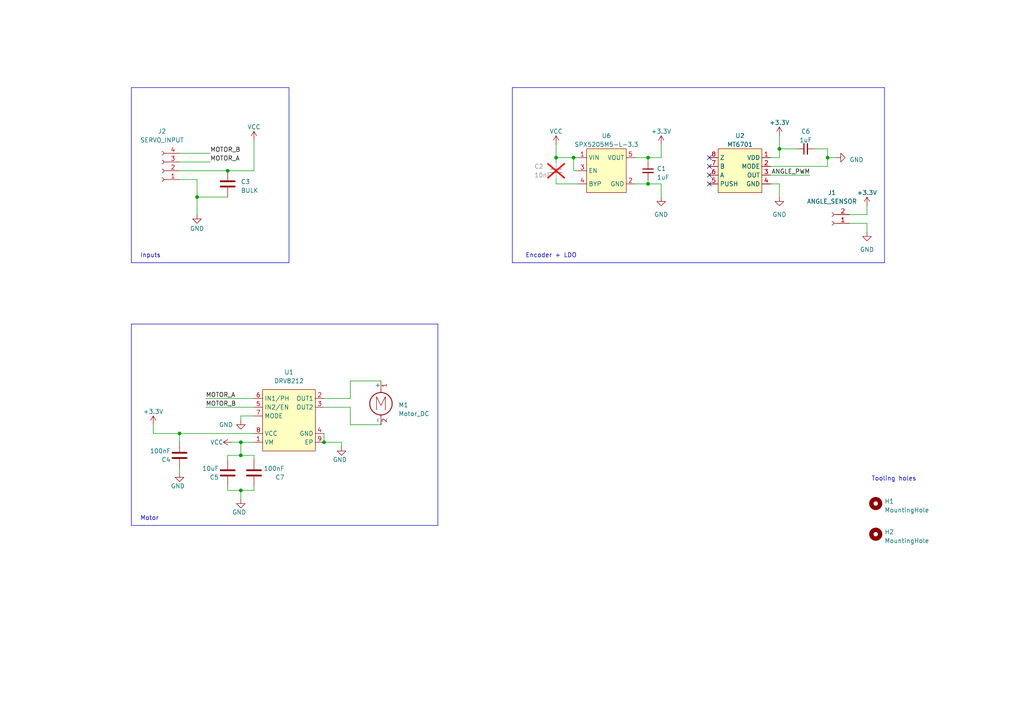
<source format=kicad_sch>
(kicad_sch (version 20230121) (generator eeschema)
  (paper "A4")
  (lib_symbols
    (symbol "Connector:Conn_01x02_Socket" (pin_names (offset 1.016) hide)
      (property "Reference" "J" (at 0 2.54 0))
      (property "Value" "Conn_01x02_Socket" (at 0 -5.08 0))
      (symbol "Conn_01x02_Socket_1_1"
        (arc (start 0 -2.032) (mid -0.5058 -2.54) (end 0 -3.048) (stroke (width 0.1524)))
        (polyline (pts (xy -1.27 -2.54) (xy -0.508 -2.54)) (stroke (width 0.1524)))
        (polyline (pts (xy -1.27 0) (xy -0.508 0)) (stroke (width 0.1524)))
        (arc (start 0 0.508) (mid -0.5058 0) (end 0 -0.508) (stroke (width 0.1524)))
        (pin passive line (at -5.08 0 0) (length 3.81) (name "Pin_1") (number "1"))
        (pin passive line (at -5.08 -2.54 0) (length 3.81) (name "Pin_2") (number "2"))
      )
    )
    (symbol "Connector:Conn_01x04_Socket" (pin_names (offset 1.016) hide)
      (property "Reference" "J" (at 0 5.08 0))
      (property "Value" "Conn_01x04_Socket" (at 0 -7.62 0))
      (symbol "Conn_01x04_Socket_1_1"
        (arc (start 0 -4.572) (mid -0.5058 -5.08) (end 0 -5.588) (stroke (width 0.1524)))
        (arc (start 0 -2.032) (mid -0.5058 -2.54) (end 0 -3.048) (stroke (width 0.1524)))
        (polyline (pts (xy -1.27 -5.08) (xy -0.508 -5.08)) (stroke (width 0.1524)))
        (polyline (pts (xy -1.27 -2.54) (xy -0.508 -2.54)) (stroke (width 0.1524)))
        (polyline (pts (xy -1.27 0) (xy -0.508 0)) (stroke (width 0.1524)))
        (polyline (pts (xy -1.27 2.54) (xy -0.508 2.54)) (stroke (width 0.1524)))
        (arc (start 0 0.508) (mid -0.5058 0) (end 0 -0.508) (stroke (width 0.1524)))
        (arc (start 0 3.048) (mid -0.5058 2.54) (end 0 2.032) (stroke (width 0.1524)))
        (pin passive line (at -5.08 2.54 0) (length 3.81) (name "Pin_1") (number "1"))
        (pin passive line (at -5.08 0 0) (length 3.81) (name "Pin_2") (number "2"))
        (pin passive line (at -5.08 -2.54 0) (length 3.81) (name "Pin_3") (number "3"))
        (pin passive line (at -5.08 -5.08 0) (length 3.81) (name "Pin_4") (number "4"))
      )
    )
    (symbol "DRV8212_1"
      (property "Reference" "U" (at 0 -13.97 0))
      (property "Value" "DRV8212" (at 0 -16.51 0))
      (symbol "DRV8212_1_0_1"
        (rectangle (start -7.62 6.35) (end 7.62 -11.43) (fill (type background)))
      )
      (symbol "DRV8212_1_1_1"
        (pin power_in line (at -10.16 -8.89 0) (length 2.54) (name "VM") (number "1"))
        (pin output line (at 10.16 3.81 180) (length 2.54) (name "OUT1") (number "2"))
        (pin output line (at 10.16 1.27 180) (length 2.54) (name "OUT2") (number "3"))
        (pin power_in line (at 10.16 -6.35 180) (length 2.54) (name "GND") (number "4"))
        (pin input line (at -10.16 1.27 0) (length 2.54) (name "IN2/EN") (number "5"))
        (pin input line (at -10.16 3.81 0) (length 2.54) (name "IN1/PH") (number "6"))
        (pin input line (at -10.16 -1.27 0) (length 2.54) (name "MODE") (number "7"))
        (pin power_in line (at -10.16 -6.35 0) (length 2.54) (name "VCC") (number "8"))
        (pin power_in line (at 10.16 -8.89 180) (length 2.54) (name "EP") (number "9"))
      )
    )
    (symbol "Device:C" (pin_numbers hide) (pin_names (offset 0.254))
      (property "Reference" "C" (at 0.635 2.54 0))
      (property "Value" "C" (at 0.635 -2.54 0))
      (symbol "C_0_1"
        (polyline (pts (xy -2.032 -0.762) (xy 2.032 -0.762)) (stroke (width 0.508)))
        (polyline (pts (xy -2.032 0.762) (xy 2.032 0.762)) (stroke (width 0.508)))
      )
      (symbol "C_1_1"
        (pin passive line (at 0 3.81 270) (length 2.794) (name "~") (number "1"))
        (pin passive line (at 0 -3.81 90) (length 2.794) (name "~") (number "2"))
      )
    )
    (symbol "Device:C_Small" (pin_numbers hide) (pin_names (offset 0.254) hide)
      (property "Reference" "C" (at 0.254 1.778 0))
      (property "Value" "C_Small" (at 0.254 -2.032 0))
      (symbol "C_Small_0_1"
        (polyline (pts (xy -1.524 -0.508) (xy 1.524 -0.508)) (stroke (width 0.3302)))
        (polyline (pts (xy -1.524 0.508) (xy 1.524 0.508)) (stroke (width 0.3048)))
      )
      (symbol "C_Small_1_1"
        (pin passive line (at 0 2.54 270) (length 2.032) (name "~") (number "1"))
        (pin passive line (at 0 -2.54 90) (length 2.032) (name "~") (number "2"))
      )
    )
    (symbol "Mechanical:MountingHole" (pin_names (offset 1.016))
      (property "Reference" "H" (at 0 5.08 0))
      (property "Value" "MountingHole" (at 0 3.175 0))
      (symbol "MountingHole_0_1"
        (circle (center 0 0) (radius 1.27) (stroke (width 1.27)))
      )
    )
    (symbol "Motor:Motor_DC" (pin_names (offset 0))
      (property "Reference" "M" (at 2.54 2.54 0))
      (property "Value" "Motor_DC" (at 2.54 -5.08 0))
      (symbol "Motor_DC_0_0"
        (polyline (pts (xy -1.27 -3.302) (xy -1.27 0.508) (xy 0 -2.032) (xy 1.27 0.508) (xy 1.27 -3.302)))
      )
      (symbol "Motor_DC_0_1"
        (circle (center 0 -1.524) (radius 3.2512) (stroke (width 0.254)))
        (polyline (pts (xy 0 -7.62) (xy 0 -7.112)))
        (polyline (pts (xy 0 -4.7752) (xy 0 -5.1816)))
        (polyline (pts (xy 0 1.7272) (xy 0 2.0828)))
        (polyline (pts (xy 0 2.032) (xy 0 2.54)))
      )
      (symbol "Motor_DC_1_1"
        (pin passive line (at 0 5.08 270) (length 2.54) (name "+") (number "1"))
        (pin passive line (at 0 -7.62 90) (length 2.54) (name "-") (number "2"))
      )
    )
    (symbol "power:+3.3V" (power) (pin_names (offset 0))
      (property "Value" "+3.3V" (at 0 3.556 0))
      (symbol "+3.3V_0_1"
        (polyline (pts (xy -0.762 1.27) (xy 0 2.54)))
        (polyline (pts (xy 0 0) (xy 0 2.54)))
        (polyline (pts (xy 0 2.54) (xy 0.762 1.27)))
      )
      (symbol "+3.3V_1_1"
        (pin power_in line (at 0 0 90) (length 0) hide (name "+3.3V") (number "1"))
      )
    )
    (symbol "power:GND" (power) (pin_names (offset 0))
      (property "Value" "GND" (at 0 -3.81 0))
      (symbol "GND_0_1"
        (polyline (pts (xy 0 0) (xy 0 -1.27) (xy 1.27 -1.27) (xy 0 -2.54) (xy -1.27 -1.27) (xy 0 -1.27)))
      )
      (symbol "GND_1_1"
        (pin power_in line (at 0 0 270) (length 0) hide (name "GND") (number "1"))
      )
    )
    (symbol "power:VCC" (power) (pin_names (offset 0))
      (property "Value" "VCC" (at 0 3.81 0))
      (symbol "VCC_0_1"
        (polyline (pts (xy -0.762 1.27) (xy 0 2.54)))
        (polyline (pts (xy 0 0) (xy 0 2.54)))
        (polyline (pts (xy 0 2.54) (xy 0.762 1.27)))
      )
      (symbol "VCC_1_1"
        (pin power_in line (at 0 0 90) (length 0) hide (name "VCC") (number "1"))
      )
    )
    (symbol "servo-hacking:MT6701"
      (property "Reference" "U" (at 0 6.35 0))
      (property "Value" "MT6701" (at 0 -8.89 0))
      (symbol "MT6701_0_1"
        (rectangle (start -6.35 5.08) (end 6.35 -7.62) (fill (type background)))
      )
      (symbol "MT6701_1_1"
        (pin power_in line (at 8.89 2.54 180) (length 2.54) (name "VDD") (number "1"))
        (pin input line (at 8.89 0 180) (length 2.54) (name "MODE") (number "2"))
        (pin output line (at 8.89 -2.54 180) (length 2.54) (name "OUT") (number "3"))
        (pin power_out line (at 8.89 -5.08 180) (length 2.54) (name "GND") (number "4"))
        (pin output line (at -8.89 -5.08 0) (length 2.54) (name "PUSH") (number "5"))
        (pin bidirectional line (at -8.89 -2.54 0) (length 2.54) (name "A") (number "6"))
        (pin bidirectional line (at -8.89 0 0) (length 2.54) (name "B") (number "7"))
        (pin bidirectional line (at -8.89 2.54 0) (length 2.54) (name "Z") (number "8"))
      )
    )
    (symbol "servo-hacking:SPX5205M5-L-3-3"
      (property "Reference" "U?" (at 0 5.08 0))
      (property "Value" "SPX5205M5-L-3.3" (at -1.27 -11.43 0))
      (symbol "SPX5205M5-L-3-3_1_1"
        (rectangle (start -6.35 3.81) (end 5.08 -8.89) (fill (type background)))
        (pin power_in line (at -8.89 1.27 0) (length 2.54) (name "VIN") (number "1"))
        (pin power_in line (at 7.62 -6.35 180) (length 2.54) (name "GND") (number "2"))
        (pin input line (at -8.89 -2.54 0) (length 2.54) (name "EN") (number "3"))
        (pin input line (at -8.89 -6.35 0) (length 2.54) (name "BYP") (number "4"))
        (pin power_out line (at 7.62 1.27 180) (length 2.54) (name "VOUT") (number "5"))
      )
    )
  )
  (junction (at 161.29 45.72))
  (junction (at 166.37 45.72))
  (junction (at 187.96 53.34))
  (junction (at 93.98 128.27))
  (junction (at 69.85 128.27))
  (junction (at 57.15 57.15))
  (junction (at 69.85 142.24))
  (junction (at 187.96 45.72))
  (junction (at 52.07 125.73))
  (junction (at 69.85 132.08))
  (junction (at 226.06 43.18))
  (junction (at 240.03 45.72))
  (junction (at 66.04 49.53))
  (no_connect (at 205.74 48.26))
  (no_connect (at 205.74 53.34))
  (no_connect (at 205.74 50.8))
  (no_connect (at 205.74 45.72))
  (polyline (pts (xy 83.82 76.2) (xy 83.82 25.4)))
  (wire (pts (xy 69.85 121.92) (xy 69.85 120.65)))
  (polyline (pts (xy 256.54 76.2) (xy 256.54 25.4)))
  (wire (pts (xy 226.06 43.18) (xy 226.06 45.72)))
  (polyline (pts (xy 38.1 25.4) (xy 38.1 76.2)))
  (wire (pts (xy 161.29 53.34) (xy 161.29 52.07)))
  (polyline (pts (xy 148.59 76.2) (xy 256.54 76.2)))
  (wire (pts (xy 191.77 53.34) (xy 191.77 57.15)))
  (wire (pts (xy 226.06 45.72) (xy 223.52 45.72)))
  (wire (pts (xy 73.66 132.08) (xy 69.85 132.08)))
  (wire (pts (xy 69.85 132.08) (xy 66.04 132.08)))
  (wire (pts (xy 73.66 40.64) (xy 73.66 49.53)))
  (wire (pts (xy 52.07 46.99) (xy 60.96 46.99)))
  (wire (pts (xy 93.98 118.11) (xy 101.6 118.11)))
  (wire (pts (xy 242.57 45.72) (xy 240.03 45.72)))
  (polyline (pts (xy 38.1 76.2) (xy 83.82 76.2)))
  (wire (pts (xy 69.85 132.08) (xy 69.85 128.27)))
  (wire (pts (xy 187.96 53.34) (xy 191.77 53.34)))
  (wire (pts (xy 93.98 115.57) (xy 101.6 115.57)))
  (wire (pts (xy 251.46 59.69) (xy 251.46 62.23)))
  (wire (pts (xy 52.07 135.89) (xy 52.07 137.16)))
  (wire (pts (xy 57.15 57.15) (xy 66.04 57.15)))
  (wire (pts (xy 67.31 128.27) (xy 69.85 128.27)))
  (wire (pts (xy 184.15 53.34) (xy 187.96 53.34)))
  (wire (pts (xy 52.07 52.07) (xy 57.15 52.07)))
  (wire (pts (xy 59.69 115.57) (xy 73.66 115.57)))
  (wire (pts (xy 251.46 62.23) (xy 246.38 62.23)))
  (wire (pts (xy 59.69 118.11) (xy 73.66 118.11)))
  (wire (pts (xy 187.96 45.72) (xy 187.96 46.99)))
  (wire (pts (xy 99.06 129.54) (xy 99.06 128.27)))
  (wire (pts (xy 223.52 50.8) (xy 234.95 50.8)))
  (wire (pts (xy 52.07 128.27) (xy 52.07 125.73)))
  (wire (pts (xy 226.06 39.37) (xy 226.06 43.18)))
  (wire (pts (xy 66.04 132.08) (xy 66.04 133.35)))
  (wire (pts (xy 73.66 142.24) (xy 73.66 140.97)))
  (wire (pts (xy 240.03 43.18) (xy 240.03 45.72)))
  (wire (pts (xy 101.6 118.11) (xy 101.6 123.19)))
  (wire (pts (xy 161.29 41.91) (xy 161.29 45.72)))
  (wire (pts (xy 223.52 48.26) (xy 240.03 48.26)))
  (wire (pts (xy 52.07 125.73) (xy 73.66 125.73)))
  (wire (pts (xy 236.22 43.18) (xy 240.03 43.18)))
  (polyline (pts (xy 148.59 25.4) (xy 256.54 25.4)))
  (wire (pts (xy 93.98 125.73) (xy 93.98 128.27)))
  (wire (pts (xy 101.6 123.19) (xy 110.49 123.19)))
  (wire (pts (xy 161.29 45.72) (xy 166.37 45.72)))
  (wire (pts (xy 101.6 110.49) (xy 110.49 110.49)))
  (wire (pts (xy 187.96 45.72) (xy 191.77 45.72)))
  (polyline (pts (xy 83.82 25.4) (xy 38.1 25.4)))
  (wire (pts (xy 240.03 48.26) (xy 240.03 45.72)))
  (wire (pts (xy 166.37 45.72) (xy 167.64 45.72)))
  (wire (pts (xy 187.96 52.07) (xy 187.96 53.34)))
  (wire (pts (xy 69.85 142.24) (xy 66.04 142.24)))
  (wire (pts (xy 52.07 44.45) (xy 60.96 44.45)))
  (wire (pts (xy 191.77 45.72) (xy 191.77 41.91)))
  (wire (pts (xy 69.85 142.24) (xy 69.85 144.78)))
  (wire (pts (xy 66.04 49.53) (xy 73.66 49.53)))
  (wire (pts (xy 226.06 57.15) (xy 226.06 53.34)))
  (wire (pts (xy 52.07 49.53) (xy 66.04 49.53)))
  (wire (pts (xy 101.6 115.57) (xy 101.6 110.49)))
  (wire (pts (xy 184.15 45.72) (xy 187.96 45.72)))
  (wire (pts (xy 226.06 53.34) (xy 223.52 53.34)))
  (polyline (pts (xy 148.59 25.4) (xy 148.59 76.2)))
  (wire (pts (xy 251.46 67.31) (xy 251.46 64.77)))
  (wire (pts (xy 166.37 49.53) (xy 166.37 45.72)))
  (wire (pts (xy 167.64 53.34) (xy 161.29 53.34)))
  (wire (pts (xy 251.46 64.77) (xy 246.38 64.77)))
  (wire (pts (xy 66.04 140.97) (xy 66.04 142.24)))
  (wire (pts (xy 44.45 125.73) (xy 44.45 123.19)))
  (wire (pts (xy 161.29 45.72) (xy 161.29 46.99)))
  (wire (pts (xy 57.15 52.07) (xy 57.15 57.15)))
  (wire (pts (xy 99.06 128.27) (xy 93.98 128.27)))
  (wire (pts (xy 57.15 62.23) (xy 57.15 57.15)))
  (wire (pts (xy 44.45 125.73) (xy 52.07 125.73)))
  (wire (pts (xy 69.85 120.65) (xy 73.66 120.65)))
  (wire (pts (xy 69.85 128.27) (xy 73.66 128.27)))
  (wire (pts (xy 73.66 132.08) (xy 73.66 133.35)))
  (wire (pts (xy 166.37 49.53) (xy 167.64 49.53)))
  (wire (pts (xy 69.85 142.24) (xy 73.66 142.24)))
  (wire (pts (xy 226.06 43.18) (xy 231.14 43.18)))
  (rectangle (start 38.1 93.98) (end 127 152.4))
  (text "Inputs" (at 40.64 74.93 0) (effects (font (size 1.27 1.27)) (justify left bottom)))
  (text "Motor\n" (at 40.64 151.13 0) (effects (font (size 1.27 1.27)) (justify left bottom)))
  (text "Tooling holes\n" (at 252.73 139.7 0) (effects (font (size 1.27 1.27)) (justify left bottom)))
  (text "Encoder + LDO" (at 152.4 74.93 0) (effects (font (size 1.27 1.27)) (justify left bottom)))
  (label "MOTOR_B" (at 60.96 44.45 0))
  (label "MOTOR_B" (at 59.69 118.11 0))
  (label "ANGLE_PWM" (at 234.95 50.8 180))
  (label "MOTOR_A" (at 60.96 46.99 0))
  (label "MOTOR_A" (at 59.69 115.57 0))
  (symbol (lib_id "power:+3.3V") (at 251.46 59.69 0) (unit 1)
    (property "Reference" "#PWR020" (effects hide))
    (property "Value" "+3.3V" (at 251.46 55.88 0))
  )
  (symbol (lib_id "power:VCC") (at 161.29 41.91 0) (unit 1)
    (property "Reference" "#PWR01" (effects hide))
    (property "Value" "VCC" (at 161.29 38.1 0))
  )
  (symbol (lib_id "power:GND") (at 226.06 57.15 0) (unit 1)
    (property "Reference" "#PWR07" (effects hide))
    (property "Value" "GND" (at 226.06 62.23 0))
  )
  (symbol (lib_id "power:+3.3V") (at 191.77 41.91 0) (unit 1)
    (property "Reference" "#PWR04" (effects hide))
    (property "Value" "+3.3V" (at 191.77 38.1 0))
  )
  (symbol (lib_id "servo-hacking:SPX5205M5-L-3-3") (at 176.53 46.99 0) (unit 1)
    (property "Reference" "U6" (at 175.895 39.37 0))
    (property "Value" "SPX5205M5-L-3.3" (at 175.895 41.91 0))
    (property "Footprint" "Package_TO_SOT_SMD:SOT-23-5" (effects hide))
    (property "LCSC" "C157628" (effects hide))
  )
  (symbol (lib_id "power:+3.3V") (at 226.06 39.37 0) (unit 1)
    (property "Reference" "#PWR06" (effects hide))
    (property "Value" "+3.3V" (at 226.06 35.56 0))
  )
  (symbol (lib_id "power:GND") (at 52.07 137.16 0) (unit 1)
    (property "Reference" "#PWR09" (effects hide))
    (property "Value" "GND" (at 49.53 140.97 0) (effects (justify left)))
  )
  (symbol (lib_id "power:VCC") (at 67.31 128.27 90) (unit 1)
    (property "Reference" "#PWR012" (effects hide))
    (property "Value" "VCC" (at 60.96 128.27 90) (effects (justify right)))
  )
  (symbol (lib_id "power:GND") (at 242.57 45.72 90) (unit 1)
    (property "Reference" "#PWR019" (effects hide))
    (property "Value" "GND" (at 246.38 46.355 90) (effects (justify right)))
  )
  (symbol (lib_id "Mechanical:MountingHole") (at 254 146.05 0) (unit 1)
    (property "Reference" "H1" (at 256.54 145.415 0) (effects (justify left)))
    (property "Value" "MountingHole" (at 256.54 147.955 0) (effects (justify left)))
  )
  (symbol (lib_id "Motor:Motor_DC") (at 110.49 115.57 0) (unit 1) (in_bom no)
    (property "Reference" "M1" (at 115.57 117.475 0) (effects (justify left)))
    (property "Value" "Motor_DC" (at 115.57 120.015 0) (effects (justify left)))
    (property "Footprint" "servo-hacking:MOTOR_RK-130SH" (effects hide))
  )
  (symbol (lib_id "power:GND") (at 57.15 62.23 0) (unit 1)
    (property "Reference" "#PWR03" (effects hide))
    (property "Value" "GND" (at 57.15 66.294 0))
  )
  (symbol (lib_id "Connector:Conn_01x02_Socket") (at 241.3 64.77 180) (unit 1) (in_bom no)
    (property "Reference" "J1" (at 241.3 55.88 0))
    (property "Value" "ANGLE_SENSOR" (at 241.3 58.42 0))
    (property "Footprint" "Connector_PinHeader_2.00mm:PinHeader_1x02_P2.00mm_Vertical" (effects hide))
  )
  (symbol (lib_id "power:GND") (at 69.85 121.92 0) (unit 1)
    (property "Reference" "#PWR014" (effects hide))
    (property "Value" "GND" (at 63.5 123.19 0) (effects (justify left)))
  )
  (symbol (lib_id "power:+3.3V") (at 44.45 123.19 0) (unit 1)
    (property "Reference" "#PWR017" (effects hide))
    (property "Value" "+3.3V" (at 44.45 119.38 0))
  )
  (symbol (lib_id "servo-hacking:MT6701") (at 214.63 48.26 0) (unit 1) (in_bom no) (on_board no)
    (property "Reference" "U2" (at 214.63 39.37 0))
    (property "Value" "MT6701" (at 214.63 41.91 0))
  )
  (symbol (lib_id "Device:C") (at 52.07 132.08 180) (unit 1)
    (property "Reference" "C4" (at 49.53 133.35 0) (effects (justify left)))
    (property "Value" "100nF" (at 49.53 130.81 0) (effects (justify left)))
    (property "Footprint" "Capacitor_SMD:C_0603_1608Metric_Pad1.08x0.95mm_HandSolder" (effects hide))
    (property "LCSC" "C14663" (effects hide))
  )
  (symbol (lib_id "power:GND") (at 99.06 129.54 0) (unit 1)
    (property "Reference" "#PWR016" (effects hide))
    (property "Value" "GND" (at 96.52 133.35 0) (effects (justify left)))
  )
  (symbol (lib_id "Device:C_Small") (at 161.29 49.53 0) (unit 1) (in_bom no) (dnp yes)
    (property "Reference" "C2" (at 154.94 48.26 0) (effects (justify left)))
    (property "Value" "10nF" (at 154.94 50.8 0) (effects (justify left)))
    (property "Footprint" "Capacitor_SMD:C_0603_1608Metric_Pad1.08x0.95mm_HandSolder" (effects hide))
  )
  (symbol (lib_id "power:GND") (at 69.85 144.78 0) (unit 1)
    (property "Reference" "#PWR013" (effects hide))
    (property "Value" "GND" (at 67.31 148.59 0) (effects (justify left)))
  )
  (symbol (lib_id "Device:C") (at 66.04 53.34 180) (unit 1)
    (property "Reference" "C3" (at 69.85 52.705 0) (effects (justify right)))
    (property "Value" "BULK" (at 69.85 55.245 0) (effects (justify right)))
    (property "Footprint" "Capacitor_SMD:C_0805_2012Metric_Pad1.18x1.45mm_HandSolder" (effects hide))
    (property "LCSC" "C15850" (effects hide))
  )
  (symbol (lib_name "DRV8212_1") (lib_id "beavis:DRV8212") (at 83.82 119.38 0) (unit 1)
    (property "Reference" "U1" (at 83.82 107.95 0))
    (property "Value" "DRV8212" (at 83.82 110.49 0))
    (property "Footprint" "Package_SON:WSON-8-1EP_2x2mm_P0.5mm_EP0.9x1.6mm" (effects hide))
    (property "LCSC" "C2843766" (effects hide))
  )
  (symbol (lib_id "power:GND") (at 251.46 67.31 0) (unit 1)
    (property "Reference" "#PWR021" (effects hide))
    (property "Value" "GND" (at 251.46 72.39 0))
  )
  (symbol (lib_id "Device:C_Small") (at 233.68 43.18 90) (unit 1) (in_bom no) (on_board no)
    (property "Reference" "C6" (at 233.6863 38.1 90))
    (property "Value" "1uF" (at 233.6863 40.64 90))
    (property "Footprint" "Capacitor_SMD:C_0805_2012Metric_Pad1.18x1.45mm_HandSolder" (effects hide))
  )
  (symbol (lib_id "Device:C") (at 66.04 137.16 180) (unit 1)
    (property "Reference" "C5" (at 63.5 138.43 0) (effects (justify left)))
    (property "Value" "10uF" (at 63.5 135.89 0) (effects (justify left)))
    (property "Footprint" "Capacitor_SMD:C_0805_2012Metric_Pad1.18x1.45mm_HandSolder" (effects hide))
    (property "LCSC" "C15850" (effects hide))
  )
  (symbol (lib_id "power:VCC") (at 73.66 40.64 0) (unit 1)
    (property "Reference" "#PWR02" (effects hide))
    (property "Value" "VCC" (at 73.66 36.83 0))
  )
  (symbol (lib_id "Mechanical:MountingHole") (at 254 154.94 0) (unit 1)
    (property "Reference" "H2" (at 256.54 154.305 0) (effects (justify left)))
    (property "Value" "MountingHole" (at 256.54 156.845 0) (effects (justify left)))
  )
  (symbol (lib_id "power:GND") (at 191.77 57.15 0) (unit 1)
    (property "Reference" "#PWR05" (effects hide))
    (property "Value" "GND" (at 191.77 62.23 0))
  )
  (symbol (lib_id "Device:C") (at 73.66 137.16 180) (unit 1)
    (property "Reference" "C7" (at 82.55 138.43 0) (effects (justify left)))
    (property "Value" "100nF" (at 82.55 135.89 0) (effects (justify left)))
    (property "Footprint" "Capacitor_SMD:C_0603_1608Metric_Pad1.08x0.95mm_HandSolder" (effects hide))
    (property "LCSC" "C14663" (effects hide))
  )
  (symbol (lib_id "Connector:Conn_01x04_Socket") (at 46.99 49.53 180) (unit 1) (in_bom no)
    (property "Reference" "J2" (at 46.99 38.1 0))
    (property "Value" "SERVO_INPUT" (at 46.99 40.64 0))
    (property "Footprint" "Connector_PinHeader_2.00mm:PinHeader_1x04_P2.00mm_Vertical" (effects hide))
  )
  (symbol (lib_id "Device:C_Small") (at 187.96 49.53 0) (unit 1)
    (property "Reference" "C1" (at 190.5 48.9013 0) (effects (justify left)))
    (property "Value" "1uF" (at 190.5 51.4413 0) (effects (justify left)))
    (property "Footprint" "Capacitor_SMD:C_0603_1608Metric_Pad1.08x0.95mm_HandSolder" (effects hide))
    (property "LCSC" "C15849" (effects hide))
  )
)
</source>
